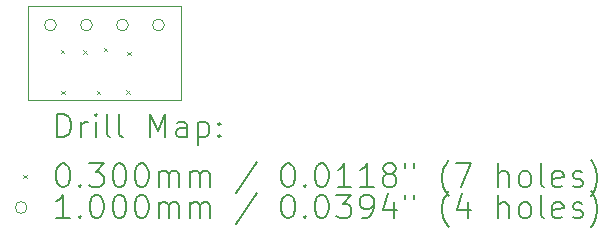
<source format=gbr>
%FSLAX45Y45*%
G04 Gerber Fmt 4.5, Leading zero omitted, Abs format (unit mm)*
G04 Created by KiCad (PCBNEW (6.0.2-0)) date 2022-03-19 15:33:08*
%MOMM*%
%LPD*%
G01*
G04 APERTURE LIST*
%TA.AperFunction,Profile*%
%ADD10C,0.100000*%
%TD*%
%ADD11C,0.200000*%
%ADD12C,0.030000*%
%ADD13C,0.100000*%
G04 APERTURE END LIST*
D10*
X8100000Y-5596000D02*
X8099000Y-6394000D01*
X6802000Y-5595000D02*
X6798000Y-6393000D01*
X6798000Y-6393000D02*
X8099000Y-6394000D01*
X6802000Y-5595000D02*
X8100000Y-5596000D01*
D11*
D12*
X7078000Y-5966000D02*
X7108000Y-5996000D01*
X7108000Y-5966000D02*
X7078000Y-5996000D01*
X7081000Y-6313000D02*
X7111000Y-6343000D01*
X7111000Y-6313000D02*
X7081000Y-6343000D01*
X7268000Y-5969000D02*
X7298000Y-5999000D01*
X7298000Y-5969000D02*
X7268000Y-5999000D01*
X7384061Y-6315133D02*
X7414061Y-6345133D01*
X7414061Y-6315133D02*
X7384061Y-6345133D01*
X7443511Y-5947986D02*
X7473511Y-5977986D01*
X7473511Y-5947986D02*
X7443511Y-5977986D01*
X7635000Y-6311000D02*
X7665000Y-6341000D01*
X7665000Y-6311000D02*
X7635000Y-6341000D01*
X7642500Y-5982000D02*
X7672500Y-6012000D01*
X7672500Y-5982000D02*
X7642500Y-6012000D01*
D13*
X7040600Y-5758000D02*
G75*
G03*
X7040600Y-5758000I-50000J0D01*
G01*
X7345400Y-5758000D02*
G75*
G03*
X7345400Y-5758000I-50000J0D01*
G01*
X7650200Y-5758000D02*
G75*
G03*
X7650200Y-5758000I-50000J0D01*
G01*
X7955000Y-5758000D02*
G75*
G03*
X7955000Y-5758000I-50000J0D01*
G01*
D11*
X7050619Y-6709476D02*
X7050619Y-6509476D01*
X7098238Y-6509476D01*
X7126809Y-6519000D01*
X7145857Y-6538048D01*
X7155381Y-6557095D01*
X7164905Y-6595190D01*
X7164905Y-6623762D01*
X7155381Y-6661857D01*
X7145857Y-6680905D01*
X7126809Y-6699952D01*
X7098238Y-6709476D01*
X7050619Y-6709476D01*
X7250619Y-6709476D02*
X7250619Y-6576143D01*
X7250619Y-6614238D02*
X7260143Y-6595190D01*
X7269667Y-6585667D01*
X7288714Y-6576143D01*
X7307762Y-6576143D01*
X7374428Y-6709476D02*
X7374428Y-6576143D01*
X7374428Y-6509476D02*
X7364905Y-6519000D01*
X7374428Y-6528524D01*
X7383952Y-6519000D01*
X7374428Y-6509476D01*
X7374428Y-6528524D01*
X7498238Y-6709476D02*
X7479190Y-6699952D01*
X7469667Y-6680905D01*
X7469667Y-6509476D01*
X7603000Y-6709476D02*
X7583952Y-6699952D01*
X7574428Y-6680905D01*
X7574428Y-6509476D01*
X7831571Y-6709476D02*
X7831571Y-6509476D01*
X7898238Y-6652333D01*
X7964905Y-6509476D01*
X7964905Y-6709476D01*
X8145857Y-6709476D02*
X8145857Y-6604714D01*
X8136333Y-6585667D01*
X8117286Y-6576143D01*
X8079190Y-6576143D01*
X8060143Y-6585667D01*
X8145857Y-6699952D02*
X8126809Y-6709476D01*
X8079190Y-6709476D01*
X8060143Y-6699952D01*
X8050619Y-6680905D01*
X8050619Y-6661857D01*
X8060143Y-6642809D01*
X8079190Y-6633286D01*
X8126809Y-6633286D01*
X8145857Y-6623762D01*
X8241095Y-6576143D02*
X8241095Y-6776143D01*
X8241095Y-6585667D02*
X8260143Y-6576143D01*
X8298238Y-6576143D01*
X8317286Y-6585667D01*
X8326809Y-6595190D01*
X8336333Y-6614238D01*
X8336333Y-6671381D01*
X8326809Y-6690428D01*
X8317286Y-6699952D01*
X8298238Y-6709476D01*
X8260143Y-6709476D01*
X8241095Y-6699952D01*
X8422048Y-6690428D02*
X8431571Y-6699952D01*
X8422048Y-6709476D01*
X8412524Y-6699952D01*
X8422048Y-6690428D01*
X8422048Y-6709476D01*
X8422048Y-6585667D02*
X8431571Y-6595190D01*
X8422048Y-6604714D01*
X8412524Y-6595190D01*
X8422048Y-6585667D01*
X8422048Y-6604714D01*
D12*
X6763000Y-7024000D02*
X6793000Y-7054000D01*
X6793000Y-7024000D02*
X6763000Y-7054000D01*
D11*
X7088714Y-6929476D02*
X7107762Y-6929476D01*
X7126809Y-6939000D01*
X7136333Y-6948524D01*
X7145857Y-6967571D01*
X7155381Y-7005667D01*
X7155381Y-7053286D01*
X7145857Y-7091381D01*
X7136333Y-7110428D01*
X7126809Y-7119952D01*
X7107762Y-7129476D01*
X7088714Y-7129476D01*
X7069667Y-7119952D01*
X7060143Y-7110428D01*
X7050619Y-7091381D01*
X7041095Y-7053286D01*
X7041095Y-7005667D01*
X7050619Y-6967571D01*
X7060143Y-6948524D01*
X7069667Y-6939000D01*
X7088714Y-6929476D01*
X7241095Y-7110428D02*
X7250619Y-7119952D01*
X7241095Y-7129476D01*
X7231571Y-7119952D01*
X7241095Y-7110428D01*
X7241095Y-7129476D01*
X7317286Y-6929476D02*
X7441095Y-6929476D01*
X7374428Y-7005667D01*
X7403000Y-7005667D01*
X7422048Y-7015190D01*
X7431571Y-7024714D01*
X7441095Y-7043762D01*
X7441095Y-7091381D01*
X7431571Y-7110428D01*
X7422048Y-7119952D01*
X7403000Y-7129476D01*
X7345857Y-7129476D01*
X7326809Y-7119952D01*
X7317286Y-7110428D01*
X7564905Y-6929476D02*
X7583952Y-6929476D01*
X7603000Y-6939000D01*
X7612524Y-6948524D01*
X7622048Y-6967571D01*
X7631571Y-7005667D01*
X7631571Y-7053286D01*
X7622048Y-7091381D01*
X7612524Y-7110428D01*
X7603000Y-7119952D01*
X7583952Y-7129476D01*
X7564905Y-7129476D01*
X7545857Y-7119952D01*
X7536333Y-7110428D01*
X7526809Y-7091381D01*
X7517286Y-7053286D01*
X7517286Y-7005667D01*
X7526809Y-6967571D01*
X7536333Y-6948524D01*
X7545857Y-6939000D01*
X7564905Y-6929476D01*
X7755381Y-6929476D02*
X7774428Y-6929476D01*
X7793476Y-6939000D01*
X7803000Y-6948524D01*
X7812524Y-6967571D01*
X7822048Y-7005667D01*
X7822048Y-7053286D01*
X7812524Y-7091381D01*
X7803000Y-7110428D01*
X7793476Y-7119952D01*
X7774428Y-7129476D01*
X7755381Y-7129476D01*
X7736333Y-7119952D01*
X7726809Y-7110428D01*
X7717286Y-7091381D01*
X7707762Y-7053286D01*
X7707762Y-7005667D01*
X7717286Y-6967571D01*
X7726809Y-6948524D01*
X7736333Y-6939000D01*
X7755381Y-6929476D01*
X7907762Y-7129476D02*
X7907762Y-6996143D01*
X7907762Y-7015190D02*
X7917286Y-7005667D01*
X7936333Y-6996143D01*
X7964905Y-6996143D01*
X7983952Y-7005667D01*
X7993476Y-7024714D01*
X7993476Y-7129476D01*
X7993476Y-7024714D02*
X8003000Y-7005667D01*
X8022048Y-6996143D01*
X8050619Y-6996143D01*
X8069667Y-7005667D01*
X8079190Y-7024714D01*
X8079190Y-7129476D01*
X8174428Y-7129476D02*
X8174428Y-6996143D01*
X8174428Y-7015190D02*
X8183952Y-7005667D01*
X8203000Y-6996143D01*
X8231571Y-6996143D01*
X8250619Y-7005667D01*
X8260143Y-7024714D01*
X8260143Y-7129476D01*
X8260143Y-7024714D02*
X8269667Y-7005667D01*
X8288714Y-6996143D01*
X8317286Y-6996143D01*
X8336333Y-7005667D01*
X8345857Y-7024714D01*
X8345857Y-7129476D01*
X8736333Y-6919952D02*
X8564905Y-7177095D01*
X8993476Y-6929476D02*
X9012524Y-6929476D01*
X9031571Y-6939000D01*
X9041095Y-6948524D01*
X9050619Y-6967571D01*
X9060143Y-7005667D01*
X9060143Y-7053286D01*
X9050619Y-7091381D01*
X9041095Y-7110428D01*
X9031571Y-7119952D01*
X9012524Y-7129476D01*
X8993476Y-7129476D01*
X8974429Y-7119952D01*
X8964905Y-7110428D01*
X8955381Y-7091381D01*
X8945857Y-7053286D01*
X8945857Y-7005667D01*
X8955381Y-6967571D01*
X8964905Y-6948524D01*
X8974429Y-6939000D01*
X8993476Y-6929476D01*
X9145857Y-7110428D02*
X9155381Y-7119952D01*
X9145857Y-7129476D01*
X9136333Y-7119952D01*
X9145857Y-7110428D01*
X9145857Y-7129476D01*
X9279190Y-6929476D02*
X9298238Y-6929476D01*
X9317286Y-6939000D01*
X9326810Y-6948524D01*
X9336333Y-6967571D01*
X9345857Y-7005667D01*
X9345857Y-7053286D01*
X9336333Y-7091381D01*
X9326810Y-7110428D01*
X9317286Y-7119952D01*
X9298238Y-7129476D01*
X9279190Y-7129476D01*
X9260143Y-7119952D01*
X9250619Y-7110428D01*
X9241095Y-7091381D01*
X9231571Y-7053286D01*
X9231571Y-7005667D01*
X9241095Y-6967571D01*
X9250619Y-6948524D01*
X9260143Y-6939000D01*
X9279190Y-6929476D01*
X9536333Y-7129476D02*
X9422048Y-7129476D01*
X9479190Y-7129476D02*
X9479190Y-6929476D01*
X9460143Y-6958048D01*
X9441095Y-6977095D01*
X9422048Y-6986619D01*
X9726810Y-7129476D02*
X9612524Y-7129476D01*
X9669667Y-7129476D02*
X9669667Y-6929476D01*
X9650619Y-6958048D01*
X9631571Y-6977095D01*
X9612524Y-6986619D01*
X9841095Y-7015190D02*
X9822048Y-7005667D01*
X9812524Y-6996143D01*
X9803000Y-6977095D01*
X9803000Y-6967571D01*
X9812524Y-6948524D01*
X9822048Y-6939000D01*
X9841095Y-6929476D01*
X9879190Y-6929476D01*
X9898238Y-6939000D01*
X9907762Y-6948524D01*
X9917286Y-6967571D01*
X9917286Y-6977095D01*
X9907762Y-6996143D01*
X9898238Y-7005667D01*
X9879190Y-7015190D01*
X9841095Y-7015190D01*
X9822048Y-7024714D01*
X9812524Y-7034238D01*
X9803000Y-7053286D01*
X9803000Y-7091381D01*
X9812524Y-7110428D01*
X9822048Y-7119952D01*
X9841095Y-7129476D01*
X9879190Y-7129476D01*
X9898238Y-7119952D01*
X9907762Y-7110428D01*
X9917286Y-7091381D01*
X9917286Y-7053286D01*
X9907762Y-7034238D01*
X9898238Y-7024714D01*
X9879190Y-7015190D01*
X9993476Y-6929476D02*
X9993476Y-6967571D01*
X10069667Y-6929476D02*
X10069667Y-6967571D01*
X10364905Y-7205667D02*
X10355381Y-7196143D01*
X10336333Y-7167571D01*
X10326810Y-7148524D01*
X10317286Y-7119952D01*
X10307762Y-7072333D01*
X10307762Y-7034238D01*
X10317286Y-6986619D01*
X10326810Y-6958048D01*
X10336333Y-6939000D01*
X10355381Y-6910428D01*
X10364905Y-6900905D01*
X10422048Y-6929476D02*
X10555381Y-6929476D01*
X10469667Y-7129476D01*
X10783952Y-7129476D02*
X10783952Y-6929476D01*
X10869667Y-7129476D02*
X10869667Y-7024714D01*
X10860143Y-7005667D01*
X10841095Y-6996143D01*
X10812524Y-6996143D01*
X10793476Y-7005667D01*
X10783952Y-7015190D01*
X10993476Y-7129476D02*
X10974429Y-7119952D01*
X10964905Y-7110428D01*
X10955381Y-7091381D01*
X10955381Y-7034238D01*
X10964905Y-7015190D01*
X10974429Y-7005667D01*
X10993476Y-6996143D01*
X11022048Y-6996143D01*
X11041095Y-7005667D01*
X11050619Y-7015190D01*
X11060143Y-7034238D01*
X11060143Y-7091381D01*
X11050619Y-7110428D01*
X11041095Y-7119952D01*
X11022048Y-7129476D01*
X10993476Y-7129476D01*
X11174429Y-7129476D02*
X11155381Y-7119952D01*
X11145857Y-7100905D01*
X11145857Y-6929476D01*
X11326809Y-7119952D02*
X11307762Y-7129476D01*
X11269667Y-7129476D01*
X11250619Y-7119952D01*
X11241095Y-7100905D01*
X11241095Y-7024714D01*
X11250619Y-7005667D01*
X11269667Y-6996143D01*
X11307762Y-6996143D01*
X11326809Y-7005667D01*
X11336333Y-7024714D01*
X11336333Y-7043762D01*
X11241095Y-7062809D01*
X11412524Y-7119952D02*
X11431571Y-7129476D01*
X11469667Y-7129476D01*
X11488714Y-7119952D01*
X11498238Y-7100905D01*
X11498238Y-7091381D01*
X11488714Y-7072333D01*
X11469667Y-7062809D01*
X11441095Y-7062809D01*
X11422048Y-7053286D01*
X11412524Y-7034238D01*
X11412524Y-7024714D01*
X11422048Y-7005667D01*
X11441095Y-6996143D01*
X11469667Y-6996143D01*
X11488714Y-7005667D01*
X11564905Y-7205667D02*
X11574428Y-7196143D01*
X11593476Y-7167571D01*
X11603000Y-7148524D01*
X11612524Y-7119952D01*
X11622048Y-7072333D01*
X11622048Y-7034238D01*
X11612524Y-6986619D01*
X11603000Y-6958048D01*
X11593476Y-6939000D01*
X11574428Y-6910428D01*
X11564905Y-6900905D01*
D13*
X6793000Y-7303000D02*
G75*
G03*
X6793000Y-7303000I-50000J0D01*
G01*
D11*
X7155381Y-7393476D02*
X7041095Y-7393476D01*
X7098238Y-7393476D02*
X7098238Y-7193476D01*
X7079190Y-7222048D01*
X7060143Y-7241095D01*
X7041095Y-7250619D01*
X7241095Y-7374428D02*
X7250619Y-7383952D01*
X7241095Y-7393476D01*
X7231571Y-7383952D01*
X7241095Y-7374428D01*
X7241095Y-7393476D01*
X7374428Y-7193476D02*
X7393476Y-7193476D01*
X7412524Y-7203000D01*
X7422048Y-7212524D01*
X7431571Y-7231571D01*
X7441095Y-7269667D01*
X7441095Y-7317286D01*
X7431571Y-7355381D01*
X7422048Y-7374428D01*
X7412524Y-7383952D01*
X7393476Y-7393476D01*
X7374428Y-7393476D01*
X7355381Y-7383952D01*
X7345857Y-7374428D01*
X7336333Y-7355381D01*
X7326809Y-7317286D01*
X7326809Y-7269667D01*
X7336333Y-7231571D01*
X7345857Y-7212524D01*
X7355381Y-7203000D01*
X7374428Y-7193476D01*
X7564905Y-7193476D02*
X7583952Y-7193476D01*
X7603000Y-7203000D01*
X7612524Y-7212524D01*
X7622048Y-7231571D01*
X7631571Y-7269667D01*
X7631571Y-7317286D01*
X7622048Y-7355381D01*
X7612524Y-7374428D01*
X7603000Y-7383952D01*
X7583952Y-7393476D01*
X7564905Y-7393476D01*
X7545857Y-7383952D01*
X7536333Y-7374428D01*
X7526809Y-7355381D01*
X7517286Y-7317286D01*
X7517286Y-7269667D01*
X7526809Y-7231571D01*
X7536333Y-7212524D01*
X7545857Y-7203000D01*
X7564905Y-7193476D01*
X7755381Y-7193476D02*
X7774428Y-7193476D01*
X7793476Y-7203000D01*
X7803000Y-7212524D01*
X7812524Y-7231571D01*
X7822048Y-7269667D01*
X7822048Y-7317286D01*
X7812524Y-7355381D01*
X7803000Y-7374428D01*
X7793476Y-7383952D01*
X7774428Y-7393476D01*
X7755381Y-7393476D01*
X7736333Y-7383952D01*
X7726809Y-7374428D01*
X7717286Y-7355381D01*
X7707762Y-7317286D01*
X7707762Y-7269667D01*
X7717286Y-7231571D01*
X7726809Y-7212524D01*
X7736333Y-7203000D01*
X7755381Y-7193476D01*
X7907762Y-7393476D02*
X7907762Y-7260143D01*
X7907762Y-7279190D02*
X7917286Y-7269667D01*
X7936333Y-7260143D01*
X7964905Y-7260143D01*
X7983952Y-7269667D01*
X7993476Y-7288714D01*
X7993476Y-7393476D01*
X7993476Y-7288714D02*
X8003000Y-7269667D01*
X8022048Y-7260143D01*
X8050619Y-7260143D01*
X8069667Y-7269667D01*
X8079190Y-7288714D01*
X8079190Y-7393476D01*
X8174428Y-7393476D02*
X8174428Y-7260143D01*
X8174428Y-7279190D02*
X8183952Y-7269667D01*
X8203000Y-7260143D01*
X8231571Y-7260143D01*
X8250619Y-7269667D01*
X8260143Y-7288714D01*
X8260143Y-7393476D01*
X8260143Y-7288714D02*
X8269667Y-7269667D01*
X8288714Y-7260143D01*
X8317286Y-7260143D01*
X8336333Y-7269667D01*
X8345857Y-7288714D01*
X8345857Y-7393476D01*
X8736333Y-7183952D02*
X8564905Y-7441095D01*
X8993476Y-7193476D02*
X9012524Y-7193476D01*
X9031571Y-7203000D01*
X9041095Y-7212524D01*
X9050619Y-7231571D01*
X9060143Y-7269667D01*
X9060143Y-7317286D01*
X9050619Y-7355381D01*
X9041095Y-7374428D01*
X9031571Y-7383952D01*
X9012524Y-7393476D01*
X8993476Y-7393476D01*
X8974429Y-7383952D01*
X8964905Y-7374428D01*
X8955381Y-7355381D01*
X8945857Y-7317286D01*
X8945857Y-7269667D01*
X8955381Y-7231571D01*
X8964905Y-7212524D01*
X8974429Y-7203000D01*
X8993476Y-7193476D01*
X9145857Y-7374428D02*
X9155381Y-7383952D01*
X9145857Y-7393476D01*
X9136333Y-7383952D01*
X9145857Y-7374428D01*
X9145857Y-7393476D01*
X9279190Y-7193476D02*
X9298238Y-7193476D01*
X9317286Y-7203000D01*
X9326810Y-7212524D01*
X9336333Y-7231571D01*
X9345857Y-7269667D01*
X9345857Y-7317286D01*
X9336333Y-7355381D01*
X9326810Y-7374428D01*
X9317286Y-7383952D01*
X9298238Y-7393476D01*
X9279190Y-7393476D01*
X9260143Y-7383952D01*
X9250619Y-7374428D01*
X9241095Y-7355381D01*
X9231571Y-7317286D01*
X9231571Y-7269667D01*
X9241095Y-7231571D01*
X9250619Y-7212524D01*
X9260143Y-7203000D01*
X9279190Y-7193476D01*
X9412524Y-7193476D02*
X9536333Y-7193476D01*
X9469667Y-7269667D01*
X9498238Y-7269667D01*
X9517286Y-7279190D01*
X9526810Y-7288714D01*
X9536333Y-7307762D01*
X9536333Y-7355381D01*
X9526810Y-7374428D01*
X9517286Y-7383952D01*
X9498238Y-7393476D01*
X9441095Y-7393476D01*
X9422048Y-7383952D01*
X9412524Y-7374428D01*
X9631571Y-7393476D02*
X9669667Y-7393476D01*
X9688714Y-7383952D01*
X9698238Y-7374428D01*
X9717286Y-7345857D01*
X9726810Y-7307762D01*
X9726810Y-7231571D01*
X9717286Y-7212524D01*
X9707762Y-7203000D01*
X9688714Y-7193476D01*
X9650619Y-7193476D01*
X9631571Y-7203000D01*
X9622048Y-7212524D01*
X9612524Y-7231571D01*
X9612524Y-7279190D01*
X9622048Y-7298238D01*
X9631571Y-7307762D01*
X9650619Y-7317286D01*
X9688714Y-7317286D01*
X9707762Y-7307762D01*
X9717286Y-7298238D01*
X9726810Y-7279190D01*
X9898238Y-7260143D02*
X9898238Y-7393476D01*
X9850619Y-7183952D02*
X9803000Y-7326809D01*
X9926810Y-7326809D01*
X9993476Y-7193476D02*
X9993476Y-7231571D01*
X10069667Y-7193476D02*
X10069667Y-7231571D01*
X10364905Y-7469667D02*
X10355381Y-7460143D01*
X10336333Y-7431571D01*
X10326810Y-7412524D01*
X10317286Y-7383952D01*
X10307762Y-7336333D01*
X10307762Y-7298238D01*
X10317286Y-7250619D01*
X10326810Y-7222048D01*
X10336333Y-7203000D01*
X10355381Y-7174428D01*
X10364905Y-7164905D01*
X10526810Y-7260143D02*
X10526810Y-7393476D01*
X10479190Y-7183952D02*
X10431571Y-7326809D01*
X10555381Y-7326809D01*
X10783952Y-7393476D02*
X10783952Y-7193476D01*
X10869667Y-7393476D02*
X10869667Y-7288714D01*
X10860143Y-7269667D01*
X10841095Y-7260143D01*
X10812524Y-7260143D01*
X10793476Y-7269667D01*
X10783952Y-7279190D01*
X10993476Y-7393476D02*
X10974429Y-7383952D01*
X10964905Y-7374428D01*
X10955381Y-7355381D01*
X10955381Y-7298238D01*
X10964905Y-7279190D01*
X10974429Y-7269667D01*
X10993476Y-7260143D01*
X11022048Y-7260143D01*
X11041095Y-7269667D01*
X11050619Y-7279190D01*
X11060143Y-7298238D01*
X11060143Y-7355381D01*
X11050619Y-7374428D01*
X11041095Y-7383952D01*
X11022048Y-7393476D01*
X10993476Y-7393476D01*
X11174429Y-7393476D02*
X11155381Y-7383952D01*
X11145857Y-7364905D01*
X11145857Y-7193476D01*
X11326809Y-7383952D02*
X11307762Y-7393476D01*
X11269667Y-7393476D01*
X11250619Y-7383952D01*
X11241095Y-7364905D01*
X11241095Y-7288714D01*
X11250619Y-7269667D01*
X11269667Y-7260143D01*
X11307762Y-7260143D01*
X11326809Y-7269667D01*
X11336333Y-7288714D01*
X11336333Y-7307762D01*
X11241095Y-7326809D01*
X11412524Y-7383952D02*
X11431571Y-7393476D01*
X11469667Y-7393476D01*
X11488714Y-7383952D01*
X11498238Y-7364905D01*
X11498238Y-7355381D01*
X11488714Y-7336333D01*
X11469667Y-7326809D01*
X11441095Y-7326809D01*
X11422048Y-7317286D01*
X11412524Y-7298238D01*
X11412524Y-7288714D01*
X11422048Y-7269667D01*
X11441095Y-7260143D01*
X11469667Y-7260143D01*
X11488714Y-7269667D01*
X11564905Y-7469667D02*
X11574428Y-7460143D01*
X11593476Y-7431571D01*
X11603000Y-7412524D01*
X11612524Y-7383952D01*
X11622048Y-7336333D01*
X11622048Y-7298238D01*
X11612524Y-7250619D01*
X11603000Y-7222048D01*
X11593476Y-7203000D01*
X11574428Y-7174428D01*
X11564905Y-7164905D01*
M02*

</source>
